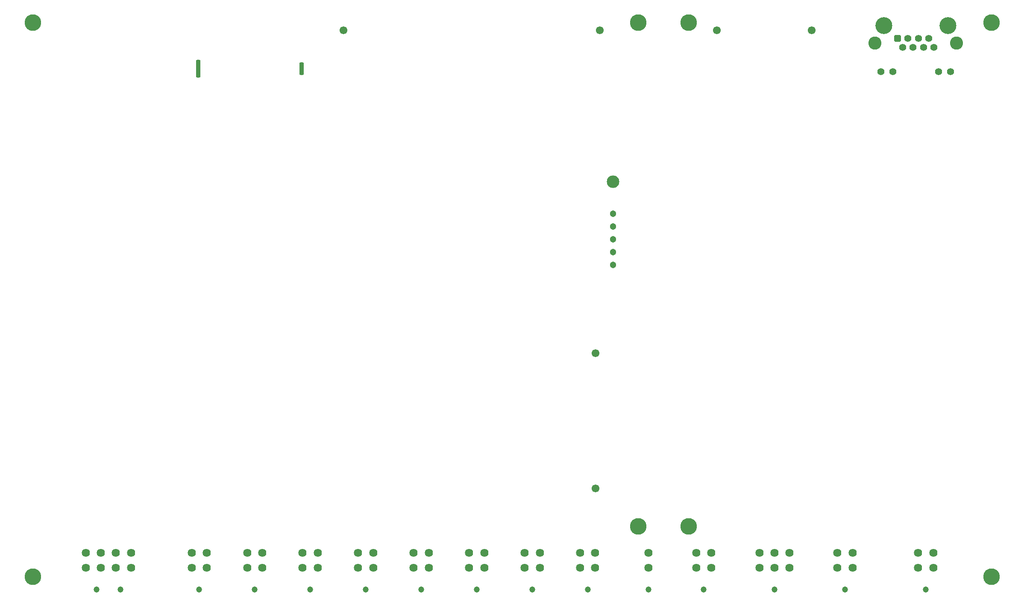
<source format=gbr>
G04*
G04 #@! TF.GenerationSoftware,Altium Limited,Altium Designer,23.4.1 (23)*
G04*
G04 Layer_Color=16711935*
%FSLAX44Y44*%
%MOMM*%
G71*
G04*
G04 #@! TF.SameCoordinates,210523F5-4B5D-4388-949E-6639FD9C488E*
G04*
G04*
G04 #@! TF.FilePolarity,Negative*
G04*
G01*
G75*
G04:AMPARAMS|DCode=208|XSize=1.4016mm|YSize=1.4016mm|CornerRadius=0.3758mm|HoleSize=0mm|Usage=FLASHONLY|Rotation=180.000|XOffset=0mm|YOffset=0mm|HoleType=Round|Shape=RoundedRectangle|*
%AMROUNDEDRECTD208*
21,1,1.4016,0.6500,0,0,180.0*
21,1,0.6500,1.4016,0,0,180.0*
1,1,0.7516,-0.3250,0.3250*
1,1,0.7516,0.3250,0.3250*
1,1,0.7516,0.3250,-0.3250*
1,1,0.7516,-0.3250,-0.3250*
%
%ADD208ROUNDEDRECTD208*%
%ADD209C,1.4016*%
%ADD210C,3.3516*%
%ADD211C,2.6016*%
%ADD212C,2.4916*%
%ADD213C,1.3016*%
%ADD214C,1.5516*%
%ADD215C,1.2032*%
%ADD216C,1.6256*%
G04:AMPARAMS|DCode=217|XSize=3.5016mm|YSize=0.9016mm|CornerRadius=0.2508mm|HoleSize=0mm|Usage=FLASHONLY|Rotation=270.000|XOffset=0mm|YOffset=0mm|HoleType=Round|Shape=RoundedRectangle|*
%AMROUNDEDRECTD217*
21,1,3.5016,0.4000,0,0,270.0*
21,1,3.0000,0.9016,0,0,270.0*
1,1,0.5016,-0.2000,-1.5000*
1,1,0.5016,-0.2000,1.5000*
1,1,0.5016,0.2000,1.5000*
1,1,0.5016,0.2000,-1.5000*
%
%ADD217ROUNDEDRECTD217*%
G04:AMPARAMS|DCode=218|XSize=2.5016mm|YSize=0.9016mm|CornerRadius=0.2508mm|HoleSize=0mm|Usage=FLASHONLY|Rotation=270.000|XOffset=0mm|YOffset=0mm|HoleType=Round|Shape=RoundedRectangle|*
%AMROUNDEDRECTD218*
21,1,2.5016,0.4000,0,0,270.0*
21,1,2.0000,0.9016,0,0,270.0*
1,1,0.5016,-0.2000,-1.0000*
1,1,0.5016,-0.2000,1.0000*
1,1,0.5016,0.2000,1.0000*
1,1,0.5016,0.2000,-1.0000*
%
%ADD218ROUNDEDRECTD218*%
%ADD219C,3.3016*%
D208*
X1764300Y1118750D02*
D03*
D209*
X1835700Y1100950D02*
D03*
X1774500D02*
D03*
X1825500Y1118750D02*
D03*
X1784700D02*
D03*
X1815300Y1100950D02*
D03*
X1794900D02*
D03*
X1805100Y1118750D02*
D03*
X1868600Y1052750D02*
D03*
X1731400D02*
D03*
X1845700D02*
D03*
X1754300D02*
D03*
D210*
X1736500Y1144150D02*
D03*
X1863500D02*
D03*
D211*
X1718750Y1109850D02*
D03*
X1881250D02*
D03*
D212*
X1200000Y834300D02*
D03*
D213*
Y720000D02*
D03*
Y745400D02*
D03*
Y770800D02*
D03*
Y694600D02*
D03*
Y669200D02*
D03*
D214*
X1174000Y1135000D02*
D03*
X666000D02*
D03*
X1165000Y226000D02*
D03*
Y494000D02*
D03*
X1406000Y1135000D02*
D03*
X1594000D02*
D03*
D215*
X223500Y25000D02*
D03*
X176500D02*
D03*
X1520000D02*
D03*
X1380000D02*
D03*
X1270000D02*
D03*
X380000D02*
D03*
X490000D02*
D03*
X600000D02*
D03*
X710000D02*
D03*
X820000D02*
D03*
X930000D02*
D03*
X1040000D02*
D03*
X1150000D02*
D03*
X1660000D02*
D03*
X1820000D02*
D03*
D216*
X244960Y68180D02*
D03*
X214990D02*
D03*
X185010D02*
D03*
X155040D02*
D03*
Y98150D02*
D03*
X185010D02*
D03*
X214990D02*
D03*
X244960D02*
D03*
X1549840D02*
D03*
X1520000D02*
D03*
X1490160D02*
D03*
Y68180D02*
D03*
X1520000D02*
D03*
X1549840D02*
D03*
X1394990D02*
D03*
X1365010D02*
D03*
Y98150D02*
D03*
X1394990D02*
D03*
X1270000D02*
D03*
Y68180D02*
D03*
X394990D02*
D03*
X365010D02*
D03*
Y98150D02*
D03*
X394990D02*
D03*
X504990Y68180D02*
D03*
X475010D02*
D03*
Y98150D02*
D03*
X504990D02*
D03*
X614990Y68180D02*
D03*
X585010D02*
D03*
Y98150D02*
D03*
X614990D02*
D03*
X724990Y68180D02*
D03*
X695010D02*
D03*
Y98150D02*
D03*
X724990D02*
D03*
X834990Y68180D02*
D03*
X805010D02*
D03*
Y98150D02*
D03*
X834990D02*
D03*
X944990Y68180D02*
D03*
X915010D02*
D03*
Y98150D02*
D03*
X944990D02*
D03*
X1054990Y68180D02*
D03*
X1025010D02*
D03*
Y98150D02*
D03*
X1054990D02*
D03*
X1164990Y68180D02*
D03*
X1135010D02*
D03*
Y98150D02*
D03*
X1164990D02*
D03*
X1674990Y68180D02*
D03*
X1645010D02*
D03*
Y98150D02*
D03*
X1674990D02*
D03*
X1834990Y68180D02*
D03*
X1805010D02*
D03*
Y98150D02*
D03*
X1834990D02*
D03*
D217*
X377650Y1058863D02*
D03*
D218*
X582650D02*
D03*
D219*
X1950000Y1150000D02*
D03*
Y50000D02*
D03*
X50000D02*
D03*
Y1150000D02*
D03*
X1350000D02*
D03*
Y150000D02*
D03*
X1250000D02*
D03*
Y1150000D02*
D03*
M02*

</source>
